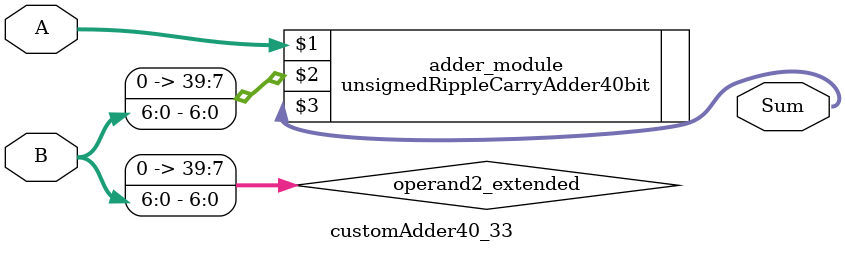
<source format=v>
module customAdder40_33(
                        input [39 : 0] A,
                        input [6 : 0] B,
                        
                        output [40 : 0] Sum
                );

        wire [39 : 0] operand2_extended;
        
        assign operand2_extended =  {33'b0, B};
        
        unsignedRippleCarryAdder40bit adder_module(
            A,
            operand2_extended,
            Sum
        );
        
        endmodule
        
</source>
